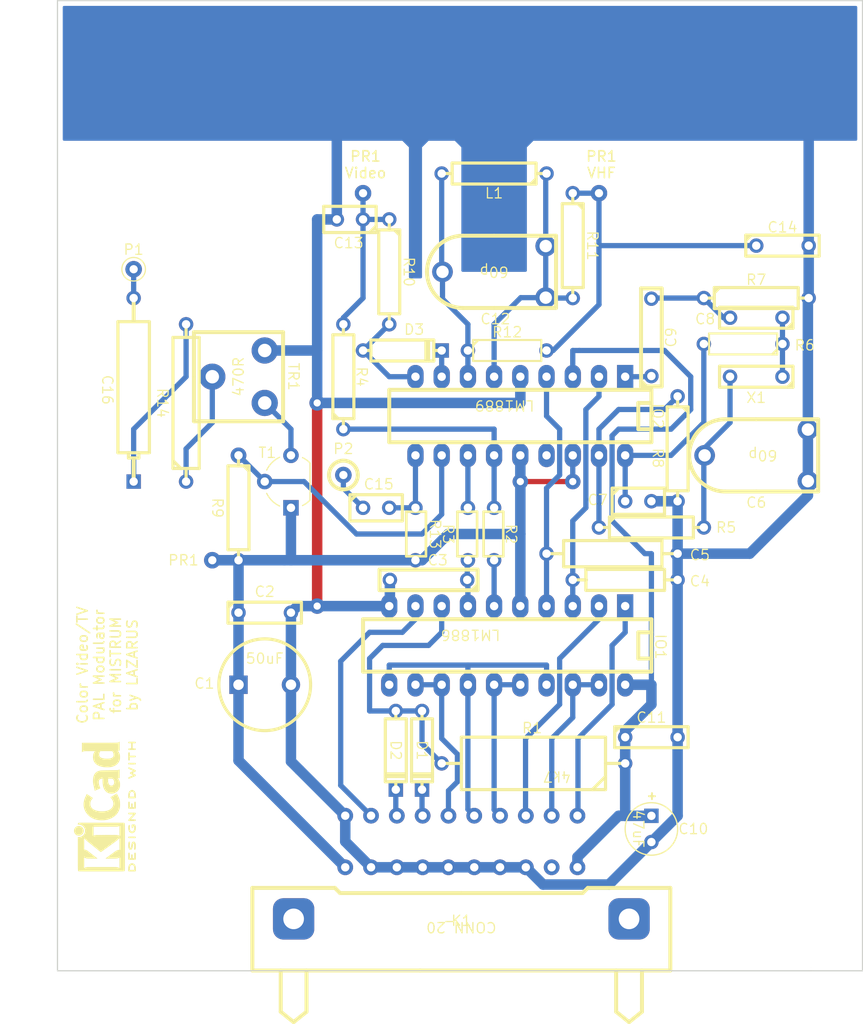
<source format=kicad_pcb>
(kicad_pcb (version 20211014) (generator pcbnew)
  (title_block (title "Mistrum Home Computer Modulator") (date "11 mar 2012") (rev "1.0") (company "Cassonic s.r.o."))
  (layers (0 "F.Cu" signal "Front") (31 "B.Cu" signal "Back") (34 "B.Paste" user) (35 "F.Paste" user) (36 "B.SilkS" user "B.Silkscreen") (37 "F.SilkS" user "F.Silkscreen") (38 "B.Mask" user) (39 "F.Mask" user) (44 "Edge.Cuts" user))
  (net 0 "")
  (net 1 "+12V")
  (net 2 "+5V")
  (net 3 "/B")
  (net 4 "/G")
  (net 5 "/R")
  (net 6 "/Y")
  (net 7 "GND")
  (net 8 "Net-(C3-Pad1)")
  (net 9 "Net-(C4-Pad1)")
  (net 10 "Net-(C5-Pad1)")
  (net 11 "Net-(C6-Pad2)")
  (net 12 "Net-(C7-Pad1)")
  (net 13 "Net-(C8-Pad1)")
  (net 14 "Net-(C8-Pad2)")
  (net 15 "Net-(C9-Pad1)")
  (net 16 "Net-(C12-Pad1)")
  (net 17 "Net-(C12-Pad2)")
  (net 18 "Net-(C13-Pad1)")
  (net 19 "Net-(C14-Pad1)")
  (net 20 "Net-(C15-Pad1)")
  (net 21 "Net-(C15-Pad2)")
  (net 22 "Net-(C16-Pad1)")
  (net 23 "Net-(C16-Pad2)")
  (net 24 "Net-(D1-Pad1)")
  (net 25 "Net-(D3-Pad2)")
  (net 26 "Net-(D3-Pad1)")
  (net 27 "Net-(IO1-Pad6)")
  (net 28 "Net-(IO2-Pad11)")
  (net 29 "Net-(IO2-Pad12)")
  (net 30 "Net-(IO2-Pad13)")
  (net 31 "Net-(IO2-Pad17)")
  (net 32 "Net-(R14-Pad1)")
  (net 33 "Net-(T1-Pad1)")
  (net 34 "/{slash}BURST")
  (net 36 "/H{slash}2")
  (net 37 "/{slash}RSI")
  (net 38 "/{slash}SSYN")
  (net 39 "/{slash}RZI")
  (footprint "WN70419" (layer "F.Cu") (at 179.705 99.06 90)
    (fp_text reference "C6" (at -4.572 0 unlocked) (layer "F.SilkS") (effects (font (thickness 0.12))))
    (fp_text value "60p" (at 0 0.635 180 unlocked) (layer "F.SilkS") (effects (font (thickness 0.12))))
    (pad "1" thru_hole circle locked (at 2.49936 5.00126 90) (size 2 2) (drill 1.2) (layers *.Cu *.Mask) (net 7 "GND"))
    (pad "1" thru_hole circle locked (at -2.49936 5.00126 90) (size 2 2) (drill 1.2) (layers *.Cu *.Mask) (net 7 "GND"))
    (pad "2" thru_hole circle locked (at 0 -5.00126 90) (size 2 2) (drill 1.2) (layers *.Cu *.Mask) (net 11 "Net-(C6-Pad2)"))
  )
  (footprint "WN70419" (layer "F.Cu") (at 154.305 81.28 90)
    (fp_text reference "C12" (at -4.572 0.127 unlocked) (layer "F.SilkS") (effects (font (thickness 0.12))))
    (fp_text value "60p" (at 0 0 180 unlocked) (layer "F.SilkS") (effects (font (thickness 0.12))))
    (pad "1" thru_hole circle locked (at 2.49936 5.00126 90) (size 2 2) (drill 1.2) (layers *.Cu *.Mask) (net 16 "Net-(C12-Pad1)"))
    (pad "1" thru_hole circle locked (at -2.49936 5.00126 90) (size 2 2) (drill 1.2) (layers *.Cu *.Mask) (net 16 "Net-(C12-Pad1)"))
    (pad "2" thru_hole circle locked (at 0 -5.00126 90) (size 2 2) (drill 1.2) (layers *.Cu *.Mask) (net 17 "Net-(C12-Pad2)"))
  )
  (footprint "Package_TO_SOT_THT:TO-92_Wide" (layer "F.Cu") (at 134.62 104.14 90)
    (fp_text reference "T1" (at 5.334 -2.286 unlocked) (layer "F.SilkS") (effects (font (thickness 0.12))))
    (fp_text value "KC509" hide)
    (pad "1" thru_hole circle locked (at 5.08 0 90) (size 1.5 1.5) (drill 0.8128) (layers *.Cu *.Mask) (net 33 "Net-(T1-Pad1)"))
    (pad "2" thru_hole circle locked (at 2.54 -2.54 90) (size 1.5 1.5) (drill 0.8128) (layers *.Cu *.Mask) (net 28 "Net-(IO2-Pad11)"))
    (pad "3" thru_hole rect locked (at 0 0 90) (size 1.5 1.5) (drill 0.8128) (layers *.Cu *.Mask) (net 1 "+12V"))
  )
  (footprint "R7" (layer "F.Cu") (at 158.115 128.905 180)
    (fp_text reference "R1" (at 0.127 3.429 unlocked) (layer "F.SilkS") (effects (font (thickness 0.12))))
    (fp_text value "4k7" (at -2.286 -1.27 180 unlocked) (layer "F.SilkS") (effects (font (thickness 0.12))))
    (pad "1" thru_hole circle locked (at -8.89 0 180) (size 1.397 1.397) (drill 0.8128) (layers *.Cu *.Mask) (net 2 "+5V"))
    (pad "2" thru_hole circle locked (at 8.89 0 180) (size 1.397 1.397) (drill 0.8128) (layers *.Cu *.Mask) (net 24 "Net-(D1-Pad1)"))
  )
  (footprint "R6" (layer "F.Cu") (at 124.46 93.98 90)
    (fp_text reference "R14" (at 0 -2.286 270 unlocked) (layer "F.SilkS") (effects (font (thickness 0.12))))
    (fp_text value "2R2" hide)
    (pad "1" thru_hole circle locked (at -7.62 0 90) (size 1.397 1.397) (drill 0.8128) (layers *.Cu *.Mask) (net 32 "Net-(R14-Pad1)"))
    (pad "2" thru_hole circle locked (at 7.62 0 90) (size 1.397 1.397) (drill 0.8128) (layers *.Cu *.Mask) (net 22 "Net-(C16-Pad1)"))
  )
  (footprint "R4" (layer "F.Cu") (at 154.305 71.755 180)
    (fp_text reference "L1" (at 0 -1.905 unlocked) (layer "F.SilkS") (effects (font (thickness 0.12))))
    (fp_text value "INDUCTOR" hide)
    (pad "1" thru_hole circle locked (at -5.08 0 180) (size 1.397 1.397) (drill 0.8128) (layers *.Cu *.Mask) (net 16 "Net-(C12-Pad1)"))
    (pad "2" thru_hole circle locked (at 5.08 0 180) (size 1.397 1.397) (drill 0.8128) (layers *.Cu *.Mask) (net 17 "Net-(C12-Pad2)"))
  )
  (footprint "R4" (layer "F.Cu") (at 172.085 98.425 -90)
    (fp_text reference "R8" (at 0.889 1.905 -90 unlocked) (layer "F.SilkS") (effects (font (thickness 0.12))))
    (fp_text value "3k3" hide)
    (pad "1" thru_hole circle locked (at -5.08 0 270) (size 1.397 1.397) (drill 0.8128) (layers *.Cu *.Mask) (net 31 "Net-(IO2-Pad17)"))
    (pad "2" thru_hole circle locked (at 5.08 0 270) (size 1.397 1.397) (drill 0.8128) (layers *.Cu *.Mask) (net 7 "GND"))
  )
  (footprint "R4" (layer "F.Cu") (at 179.705 83.82)
    (fp_text reference "R7" (at 0 -1.778 unlocked) (layer "F.SilkS") (effects (font (thickness 0.12))))
    (fp_text value "1k" hide)
    (pad "1" thru_hole circle locked (at -5.08 0) (size 1.397 1.397) (drill 0.8128) (layers *.Cu *.Mask) (net 14 "Net-(C8-Pad2)"))
    (pad "2" thru_hole circle locked (at 5.08 0) (size 1.397 1.397) (drill 0.8128) (layers *.Cu *.Mask) (net 7 "GND"))
  )
  (footprint "R4" (layer "F.Cu") (at 129.54 104.14 -90)
    (fp_text reference "R9" (at 0 2.032 -90 unlocked) (layer "F.SilkS") (effects (font (thickness 0.12))))
    (fp_text value "1k8" hide)
    (pad "1" thru_hole circle locked (at -5.08 0 270) (size 1.524 1.524) (drill 0.8128) (layers *.Cu *.Mask) (net 28 "Net-(IO2-Pad11)"))
    (pad "2" thru_hole circle locked (at 5.08 0 270) (size 1.397 1.397) (drill 0.8128) (layers *.Cu *.Mask) (net 1 "+12V"))
  )
  (footprint "R4" (layer "F.Cu") (at 144.145 81.28 -90)
    (fp_text reference "R10" (at 0 -1.905 -90 unlocked) (layer "F.SilkS") (effects (font (thickness 0.12))))
    (fp_text value "820R" hide)
    (pad "1" thru_hole circle locked (at -5.08 0 270) (size 1.397 1.397) (drill 0.8128) (layers *.Cu *.Mask) (net 18 "Net-(C13-Pad1)"))
    (pad "2" thru_hole circle locked (at 5.08 0 270) (size 1.397 1.397) (drill 0.8128) (layers *.Cu *.Mask) (net 26 "Net-(D3-Pad1)"))
  )
  (footprint "R4" (layer "F.Cu") (at 161.925 78.74 -90)
    (fp_text reference "R11" (at 0 -1.905 -90 unlocked) (layer "F.SilkS") (effects (font (thickness 0.12))))
    (fp_text value "270R" hide)
    (pad "1" thru_hole circle locked (at -5.08 0 270) (size 1.397 1.397) (drill 0.8128) (layers *.Cu *.Mask) (net 19 "Net-(C14-Pad1)"))
    (pad "2" thru_hole circle locked (at 5.08 0 270) (size 1.397 1.397) (drill 0.8128) (layers *.Cu *.Mask) (net 16 "Net-(C12-Pad1)"))
  )
  (footprint "R4" (layer "F.Cu") (at 139.7 91.44 90)
    (fp_text reference "R4" (at 0 1.778 270 unlocked) (layer "F.SilkS") (effects (font (thickness 0.12))))
    (fp_text value "100k" hide)
    (pad "1" thru_hole circle locked (at -5.08 0 90) (size 1.397 1.397) (drill 0.8128) (layers *.Cu *.Mask) (net 30 "Net-(IO2-Pad13)"))
    (pad "2" thru_hole circle locked (at 5.08 0 90) (size 1.397 1.397) (drill 0.8128) (layers *.Cu *.Mask) (net 18 "Net-(C13-Pad1)"))
  )
  (footprint "R4" (layer "F.Cu") (at 169.545 106.045)
    (fp_text reference "R5" (at 7.239 0 unlocked) (layer "F.SilkS") (effects (font (thickness 0.12))))
    (fp_text value "4k7" hide)
    (pad "1" thru_hole circle locked (at -5.08 0) (size 1.397 1.397) (drill 0.8128) (layers *.Cu *.Mask) (net 31 "Net-(IO2-Pad17)"))
    (pad "2" thru_hole circle locked (at 5.08 0) (size 1.397 1.397) (drill 0.8128) (layers *.Cu *.Mask) (net 11 "Net-(C6-Pad2)"))
  )
  (footprint "R3" (layer "F.Cu") (at 155.575 88.9)
    (fp_text reference "R12" (at 0 -1.778 unlocked) (layer "F.SilkS") (effects (font (thickness 0.12))))
    (fp_text value "270R" hide)
    (pad "1" thru_hole circle locked (at -3.81 0) (size 1.397 1.397) (drill 0.8128) (layers *.Cu *.Mask) (net 17 "Net-(C12-Pad2)"))
    (pad "2" thru_hole circle locked (at 3.81 0) (size 1.397 1.397) (drill 0.8128) (layers *.Cu *.Mask) (net 19 "Net-(C14-Pad1)"))
  )
  (footprint "R3" (layer "F.Cu") (at 178.435 88.265 180)
    (fp_text reference "R6" (at -5.969 -0.127 unlocked) (layer "F.SilkS") (effects (font (thickness 0.12))))
    (fp_text value "1k" hide)
    (pad "1" thru_hole circle locked (at -3.81 0 180) (size 1.397 1.397) (drill 0.8128) (layers *.Cu *.Mask) (net 13 "Net-(C8-Pad1)"))
    (pad "2" thru_hole circle locked (at 3.81 0 180) (size 1.397 1.397) (drill 0.8128) (layers *.Cu *.Mask) (net 12 "Net-(C7-Pad1)"))
  )
  (footprint "PIN_ARRAY_3X1" (layer "F.Cu") (at 106.68 102.235)
    (fp_text reference "PR1" (at 17.526 6.985 unlocked) (layer "F.SilkS") (effects (font (thickness 0.12))))
    (fp_text value "SWITCH_INV" hide)
    (pad "1" thru_hole circle locked (at 34.925 -28.575) (size 1.6 1.6) (drill 0.8) (layers *.Cu *.Mask) (net 18 "Net-(C13-Pad1)"))
    (pad "2" thru_hole circle locked (at 20.32 6.985) (size 1.6 1.6) (drill 0.8) (layers *.Cu *.Mask) (net 1 "+12V"))
    (pad "3" thru_hole circle locked (at 57.785 -28.575) (size 1.6 1.6) (drill 0.8) (layers *.Cu *.Mask) (net 19 "Net-(C14-Pad1)"))
  )
  (footprint "Mistrum:TY5112011" (layer "F.Cu") (at 151.13 140.97)
    (fp_text reference "K1" (at 0 3.175 unlocked) (layer "F.SilkS") (effects (font (thickness 0.12))))
    (fp_text value "CONN_20" (at 0 3.81 180 unlocked) (layer "F.SilkS") (effects (font (thickness 0.12))))
    (pad "" thru_hole roundrect locked (at -16.25092 2.99974) (size 4 4) (drill 1.99898) (layers *.Cu *.Mask))
    (pad "" thru_hole roundrect locked (at 16.25092 2.99974) (size 4 4) (drill 1.99898) (layers *.Cu *.Mask))
    (pad "1" thru_hole circle locked (at 11.24966 -1.99898) (size 1.524 1.524) (drill 0.8128) (layers *.Cu *.Mask) (net 2 "+5V"))
    (pad "2" thru_hole circle locked (at 11.24966 -6.9977) (size 1.524 1.524) (drill 0.8128) (layers *.Cu *.Mask) (net 34 "/{slash}BURST"))
    (pad "3" thru_hole circle locked (at 8.7503 -1.99898) (size 1.524 1.524) (drill 0.8128) (layers *.Cu *.Mask))
    (pad "4" thru_hole circle locked (at 8.7503 -6.9977) (size 1.524 1.524) (drill 0.8128) (layers *.Cu *.Mask) (net 3 "/B"))
    (pad "5" thru_hole circle locked (at 6.25094 -1.99898) (size 1.524 1.524) (drill 0.8128) (layers *.Cu *.Mask) (net 7 "GND"))
    (pad "6" thru_hole circle locked (at 6.25094 -6.9977) (size 1.524 1.524) (drill 0.8128) (layers *.Cu *.Mask) (net 36 "/H{slash}2"))
    (pad "7" thru_hole circle locked (at 3.74904 -1.99898) (size 1.524 1.524) (drill 0.8128) (layers *.Cu *.Mask) (net 7 "GND"))
    (pad "8" thru_hole circle locked (at 3.74904 -6.9977) (size 1.524 1.524) (drill 0.8128) (layers *.Cu *.Mask) (net 4 "/G"))
    (pad "9" thru_hole circle locked (at 1.24968 -1.99898) (size 1.524 1.524) (drill 0.8128) (layers *.Cu *.Mask) (net 7 "GND"))
    (pad "10" thru_hole circle locked (at 1.24968 -6.9977) (size 1.524 1.524) (drill 0.8128) (layers *.Cu *.Mask) (net 6 "/Y"))
    (pad "11" thru_hole circle locked (at -1.24968 -1.99898) (size 1.524 1.524) (drill 0.8128) (layers *.Cu *.Mask) (net 7 "GND"))
    (pad "12" thru_hole circle locked (at -1.24968 -6.9977) (size 1.524 1.524) (drill 0.8128) (layers *.Cu *.Mask) (net 5 "/R"))
    (pad "13" thru_hole circle locked (at -3.74904 -1.99898) (size 1.524 1.524) (drill 0.8128) (layers *.Cu *.Mask) (net 7 "GND"))
    (pad "14" thru_hole circle locked (at -3.74904 -6.9977) (size 1.524 1.524) (drill 0.8128) (layers *.Cu *.Mask) (net 37 "/{slash}RSI"))
    (pad "15" thru_hole circle locked (at -6.2484 -1.99898) (size 1.524 1.524) (drill 0.8128) (layers *.Cu *.Mask) (net 7 "GND"))
    (pad "16" thru_hole circle locked (at -6.2484 -6.9977) (size 1.524 1.524) (drill 0.8128) (layers *.Cu *.Mask) (net 38 "/{slash}SSYN"))
    (pad "17" thru_hole circle locked (at -8.7503 -1.99898) (size 1.524 1.524) (drill 0.8128) (layers *.Cu *.Mask) (net 7 "GND"))
    (pad "18" thru_hole circle locked (at -8.7503 -6.9977) (size 1.524 1.524) (drill 0.8128) (layers *.Cu *.Mask) (net 39 "/{slash}RZI"))
    (pad "19" thru_hole circle locked (at -11.24966 -1.99898) (size 1.524 1.524) (drill 0.8128) (layers *.Cu *.Mask) (net 1 "+12V"))
    (pad "20" thru_hole circle locked (at -11.24966 -6.9977) (size 1.524 1.524) (drill 0.8128) (layers *.Cu *.Mask) (net 7 "GND"))
  )
  (footprint "DIP-20__300_ELL" (layer "F.Cu") (at 155.575 117.475 180)
    (fp_text reference "IO1" (at -14.859 -0.127 270 unlocked) (layer "F.SilkS") (effects (font (thickness 0.12))))
    (fp_text value "LM1886" (at 3.556 1.016 180 unlocked) (layer "F.SilkS") (effects (font (thickness 0.12))))
    (pad "1" thru_hole rect locked (at -11.43 3.81 180) (size 1.5748 2.286) (drill 0.8128) (layers *.Cu *.Mask) (net 34 "/{slash}BURST"))
    (pad "2" thru_hole oval locked (at -8.89 3.81 180) (size 1.5748 2.286) (drill 0.8128) (layers *.Cu *.Mask) (net 36 "/H{slash}2"))
    (pad "3" thru_hole oval locked (at -6.35 3.81 180) (size 1.5748 2.286) (drill 0.8128) (layers *.Cu *.Mask) (net 9 "Net-(C4-Pad1)"))
    (pad "4" thru_hole oval locked (at -3.81 3.81 180) (size 1.5748 2.286) (drill 0.8128) (layers *.Cu *.Mask) (net 10 "Net-(C5-Pad1)"))
    (pad "5" thru_hole oval locked (at -1.27 3.81 180) (size 1.5748 2.286) (drill 0.8128) (layers *.Cu *.Mask) (net 1 "+12V"))
    (pad "6" thru_hole oval locked (at 1.27 3.81 180) (size 1.5748 2.286) (drill 0.8128) (layers *.Cu *.Mask) (net 27 "Net-(IO1-Pad6)"))
    (pad "7" thru_hole oval locked (at 3.81 3.81 180) (size 1.5748 2.286) (drill 0.8128) (layers *.Cu *.Mask) (net 8 "Net-(C3-Pad1)"))
    (pad "8" thru_hole oval locked (at 6.35 3.81 180) (size 1.5748 2.286) (drill 0.8128) (layers *.Cu *.Mask) (net 24 "Net-(D1-Pad1)"))
    (pad "9" thru_hole oval locked (at 8.89 3.81 180) (size 1.5748 2.286) (drill 0.8128) (layers *.Cu *.Mask) (net 39 "/{slash}RZI"))
    (pad "10" thru_hole oval locked (at 11.43 3.81 180) (size 1.5748 2.286) (drill 0.8128) (layers *.Cu *.Mask) (net 7 "GND"))
    (pad "11" thru_hole oval locked (at 11.43 -3.81 180) (size 1.5748 2.286) (drill 0.8128) (layers *.Cu *.Mask) (net 6 "/Y"))
    (pad "12" thru_hole oval locked (at 8.89 -3.81 180) (size 1.5748 2.286) (drill 0.8128) (layers *.Cu *.Mask) (net 5 "/R"))
    (pad "13" thru_hole oval locked (at 6.35 -3.81 180) (size 1.5748 2.286) (drill 0.8128) (layers *.Cu *.Mask) (net 5 "/R"))
    (pad "14" thru_hole oval locked (at 3.81 -3.81 180) (size 1.5748 2.286) (drill 0.8128) (layers *.Cu *.Mask) (net 6 "/Y"))
    (pad "15" thru_hole oval locked (at 1.27 -3.81 180) (size 1.5748 2.286) (drill 0.8128) (layers *.Cu *.Mask) (net 4 "/G"))
    (pad "16" thru_hole oval locked (at -1.27 -3.81 180) (size 1.5748 2.286) (drill 0.8128) (layers *.Cu *.Mask) (net 4 "/G"))
    (pad "17" thru_hole oval locked (at -3.81 -3.81 180) (size 1.5748 2.286) (drill 0.8128) (layers *.Cu *.Mask) (net 6 "/Y"))
    (pad "18" thru_hole oval locked (at -6.35 -3.81 180) (size 1.5748 2.286) (drill 0.8128) (layers *.Cu *.Mask) (net 3 "/B"))
    (pad "19" thru_hole oval locked (at -8.89 -3.81 180) (size 1.5748 2.286) (drill 0.8128) (layers *.Cu *.Mask) (net 3 "/B"))
    (pad "20" thru_hole oval locked (at -11.43 -3.81 180) (size 1.5748 2.286) (drill 0.8128) (layers *.Cu *.Mask) (net 2 "+5V"))
  )
  (footprint "DIP-18__300_ELL" (layer "F.Cu") (at 156.845 95.25 180)
    (fp_text reference "IO2" (at -13.335 0 270 unlocked) (layer "F.SilkS") (effects (font (thickness 0.12))))
    (fp_text value "LM1889" (at 1.524 1.016 180 unlocked) (layer "F.SilkS") (effects (font (thickness 0.12))))
    (pad "1" thru_hole rect locked (at -10.16 3.81 180) (size 1.5748 2.286) (drill 0.8128) (layers *.Cu *.Mask) (net 15 "Net-(C9-Pad1)"))
    (pad "2" thru_hole oval locked (at -7.62 3.81 180) (size 1.5748 2.286) (drill 0.8128) (layers *.Cu *.Mask) (net 9 "Net-(C4-Pad1)"))
    (pad "3" thru_hole oval locked (at -5.08 3.81 180) (size 1.5748 2.286) (drill 0.8128) (layers *.Cu *.Mask) (net 2 "+5V"))
    (pad "4" thru_hole oval locked (at -2.54 3.81 180) (size 1.5748 2.286) (drill 0.8128) (layers *.Cu *.Mask) (net 10 "Net-(C5-Pad1)"))
    (pad "5" thru_hole oval locked (at 0 3.81 180) (size 1.5748 2.286) (drill 0.8128) (layers *.Cu *.Mask) (net 7 "GND"))
    (pad "6" thru_hole oval locked (at 2.54 3.81 180) (size 1.5748 2.286) (drill 0.8128) (layers *.Cu *.Mask) (net 16 "Net-(C12-Pad1)"))
    (pad "7" thru_hole oval locked (at 5.08 3.81 180) (size 1.5748 2.286) (drill 0.8128) (layers *.Cu *.Mask) (net 17 "Net-(C12-Pad2)"))
    (pad "8" thru_hole oval locked (at 7.62 3.81 180) (size 1.5748 2.286) (drill 0.8128) (layers *.Cu *.Mask) (net 25 "Net-(D3-Pad2)"))
    (pad "9" thru_hole oval locked (at 10.16 3.81 180) (size 1.5748 2.286) (drill 0.8128) (layers *.Cu *.Mask) (net 26 "Net-(D3-Pad1)"))
    (pad "10" thru_hole oval locked (at 10.16 -3.81 180) (size 1.5748 2.286) (drill 0.8128) (layers *.Cu *.Mask) (net 21 "Net-(C15-Pad2)"))
    (pad "11" thru_hole oval locked (at 7.62 -3.81 180) (size 1.5748 2.286) (drill 0.8128) (layers *.Cu *.Mask) (net 28 "Net-(IO2-Pad11)"))
    (pad "12" thru_hole oval locked (at 5.08 -3.81 180) (size 1.5748 2.286) (drill 0.8128) (layers *.Cu *.Mask) (net 29 "Net-(IO2-Pad12)"))
    (pad "13" thru_hole oval locked (at 2.54 -3.81 180) (size 1.5748 2.286) (drill 0.8128) (layers *.Cu *.Mask) (net 30 "Net-(IO2-Pad13)"))
    (pad "14" thru_hole oval locked (at 0 -3.81 180) (size 1.5748 2.286) (drill 0.8128) (layers *.Cu *.Mask) (net 1 "+12V"))
    (pad "15" thru_hole oval locked (at -2.54 -3.81 180) (size 1.5748 2.286) (drill 0.8128) (layers *.Cu *.Mask))
    (pad "16" thru_hole oval locked (at -5.08 -3.81 180) (size 1.5748 2.286) (drill 0.8128) (layers *.Cu *.Mask) (net 1 "+12V"))
    (pad "17" thru_hole oval locked (at -7.62 -3.81 180) (size 1.5748 2.286) (drill 0.8128) (layers *.Cu *.Mask) (net 31 "Net-(IO2-Pad17)"))
    (pad "18" thru_hole oval locked (at -10.16 -3.81 180) (size 1.5748 2.286) (drill 0.8128) (layers *.Cu *.Mask) (net 12 "Net-(C7-Pad1)"))
  )
  (footprint "D3" (layer "F.Cu") (at 147.32 127.635 -90)
    (fp_text reference "D1" (at 0 0 -90 unlocked) (layer "F.SilkS") (effects (font (thickness 0.12))))
    (fp_text value "KA206" hide)
    (pad "1" thru_hole circle locked (at -3.81 0 270) (size 1.397 1.397) (drill 0.8128) (layers *.Cu *.Mask) (net 24 "Net-(D1-Pad1)"))
    (pad "2" thru_hole rect locked (at 3.81 0 270) (size 1.397 1.397) (drill 0.8128) (layers *.Cu *.Mask) (net 37 "/{slash}RSI"))
  )
  (footprint "D3" (layer "F.Cu") (at 145.415 88.9)
    (fp_text reference "D3" (at 1.143 -2.032 unlocked) (layer "F.SilkS") (effects (font (thickness 0.12))))
    (fp_text value "KA206" hide)
    (pad "1" thru_hole circle locked (at -3.81 0) (size 1.397 1.397) (drill 0.8128) (layers *.Cu *.Mask) (net 26 "Net-(D3-Pad1)"))
    (pad "2" thru_hole rect locked (at 3.81 0) (size 1.397 1.397) (drill 0.8128) (layers *.Cu *.Mask) (net 25 "Net-(D3-Pad2)"))
  )
  (footprint "D3" (layer "F.Cu") (at 144.78 127.635 -90)
    (fp_text reference "D2" (at 0 0 -90 unlocked) (layer "F.SilkS") (effects (font (thickness 0.12))))
    (fp_text value "KA206" hide)
    (pad "1" thru_hole circle locked (at -3.81 0 270) (size 1.397 1.397) (drill 0.8128) (layers *.Cu *.Mask) (net 24 "Net-(D1-Pad1)"))
    (pad "2" thru_hole rect locked (at 3.81 0 270) (size 1.397 1.397) (drill 0.8128) (layers *.Cu *.Mask) (net 38 "/{slash}SSYN"))
  )
  (footprint "CP7" (layer "F.Cu") (at 119.38 92.71 90)
    (fp_text reference "C16" (at 0 -2.54 270 unlocked) (layer "F.SilkS") (effects (font (thickness 0.12))))
    (fp_text value "47uF" hide)
    (pad "1" thru_hole rect locked (at -8.89 0 90) (size 1.397 1.397) (drill 0.8128) (layers *.Cu *.Mask) (net 22 "Net-(C16-Pad1)"))
    (pad "2" thru_hole circle locked (at 8.89 0 90) (size 1.397 1.397) (drill 0.8128) (layers *.Cu *.Mask) (net 23 "Net-(C16-Pad2)"))
  )
  (footprint "CP5" (layer "F.Cu") (at 165.735 108.585)
    (fp_text reference "C5" (at 8.509 0.127 unlocked) (layer "F.SilkS") (effects (font (thickness 0.12))))
    (fp_text value "100p" hide)
    (pad "1" thru_hole circle locked (at -6.35 0) (size 1.397 1.397) (drill 0.8128) (layers *.Cu *.Mask) (net 10 "Net-(C5-Pad1)"))
    (pad "2" thru_hole circle locked (at 6.35 0) (size 1.397 1.397) (drill 0.8128) (layers *.Cu *.Mask) (net 7 "GND"))
  )
  (footprint "CP4" (layer "F.Cu") (at 167.005 111.125)
    (fp_text reference "C4" (at 7.239 0.127 unlocked) (layer "F.SilkS") (effects (font (thickness 0.12))))
    (fp_text value "100p" hide)
    (pad "1" thru_hole circle locked (at -5.08 0) (size 1.397 1.397) (drill 0.8128) (layers *.Cu *.Mask) (net 9 "Net-(C4-Pad1)"))
    (pad "2" thru_hole circle locked (at 5.08 0) (size 1.397 1.397) (drill 0.8128) (layers *.Cu *.Mask) (net 7 "GND"))
  )
  (footprint "C3" (layer "F.Cu") (at 169.545 87.63 90)
    (fp_text reference "C9" (at 0 1.905 90 unlocked) (layer "F.SilkS") (effects (font (thickness 0.12))))
    (fp_text value "10n" hide)
    (pad "1" thru_hole circle locked (at -3.74904 0 90) (size 1.397 1.397) (drill 0.8128) (layers *.Cu *.Mask) (net 15 "Net-(C9-Pad1)"))
    (pad "2" thru_hole circle locked (at 3.74904 0 90) (size 1.397 1.397) (drill 0.8128) (layers *.Cu *.Mask) (net 14 "Net-(C8-Pad2)"))
  )
  (footprint "C2V8" (layer "F.Cu") (at 132.08 121.285)
    (fp_text reference "C1" (at -5.842 -0.127 unlocked) (layer "F.SilkS") (effects (font (thickness 0.12))))
    (fp_text value "50uF" (at 0 -2.54 unlocked) (layer "F.SilkS") (effects (font (thickness 0.12))))
    (pad "1" thru_hole rect locked (at -2.54 0) (size 1.778 1.778) (drill 1.016) (layers *.Cu *.Mask) (net 1 "+12V"))
    (pad "2" thru_hole circle locked (at 2.54 0) (size 1.778 1.778) (drill 1.016) (layers *.Cu *.Mask) (net 7 "GND"))
  )
  (footprint "C2" (layer "F.Cu") (at 182.245 78.74)
    (fp_text reference "C14" (at 0 -1.778 unlocked) (layer "F.SilkS") (effects (font (thickness 0.12))))
    (fp_text value "10n" hide)
    (pad "1" thru_hole circle locked (at -2.54 0) (size 1.397 1.397) (drill 0.8128) (layers *.Cu *.Mask) (net 19 "Net-(C14-Pad1)"))
    (pad "2" thru_hole circle locked (at 2.54 0) (size 1.397 1.397) (drill 0.8128) (layers *.Cu *.Mask) (net 7 "GND"))
  )
  (footprint "C2" (layer "F.Cu") (at 169.545 126.365)
    (fp_text reference "C11" (at 0 -1.905 unlocked) (layer "F.SilkS") (effects (font (thickness 0.12))))
    (fp_text value "100n" hide)
    (pad "1" thru_hole circle locked (at -2.54 0) (size 1.397 1.397) (drill 0.8128) (layers *.Cu *.Mask) (net 2 "+5V"))
    (pad "2" thru_hole circle locked (at 2.54 0) (size 1.397 1.397) (drill 0.8128) (layers *.Cu *.Mask) (net 7 "GND"))
  )
  (footprint "C2" (layer "F.Cu") (at 179.705 85.725 180)
    (fp_text reference "C8" (at 4.953 -0.127 unlocked) (layer "F.SilkS") (effects (font (thickness 0.12))))
    (fp_text value "36p" hide)
    (pad "1" thru_hole circle locked (at -2.54 0 180) (size 1.397 1.397) (drill 0.8128) (layers *.Cu *.Mask) (net 13 "Net-(C8-Pad1)"))
    (pad "2" thru_hole circle locked (at 2.54 0 180) (size 1.397 1.397) (drill 0.8128) (layers *.Cu *.Mask) (net 14 "Net-(C8-Pad2)"))
  )
  (footprint "C2" (layer "F.Cu") (at 132.08 114.3)
    (fp_text reference "C2" (at 0 -2.032 unlocked) (layer "F.SilkS") (effects (font (thickness 0.12))))
    (fp_text value "100n" hide)
    (pad "1" thru_hole circle locked (at -2.54 0) (size 1.397 1.397) (drill 0.8128) (layers *.Cu *.Mask) (net 1 "+12V"))
    (pad "2" thru_hole circle locked (at 2.54 0) (size 1.397 1.397) (drill 0.8128) (layers *.Cu *.Mask) (net 7 "GND"))
  )
  (footprint "C2" (layer "F.Cu") (at 179.705 91.44 180)
    (fp_text reference "X1" (at 0 -2.032 unlocked) (layer "F.SilkS") (effects (font (thickness 0.12))))
    (fp_text value "4,43MHz" hide)
    (pad "1" thru_hole circle locked (at -2.54 0 180) (size 1.397 1.397) (drill 0.8128) (layers *.Cu *.Mask) (net 13 "Net-(C8-Pad1)"))
    (pad "2" thru_hole circle locked (at 2.54 0 180) (size 1.397 1.397) (drill 0.8128) (layers *.Cu *.Mask) (net 11 "Net-(C6-Pad2)"))
  )
  (footprint "C1V5" (layer "F.Cu") (at 169.545 135.255 -90)
    (fp_text reference "C10" (at 0 -4.064 unlocked) (layer "F.SilkS") (effects (font (thickness 0.12))))
    (fp_text value "47uF" (at 0 1.27 -90 unlocked) (layer "F.SilkS") (effects (font (thickness 0.12))))
    (fp_text user "+" (at -3.175 0 -90) (layer "F.SilkS") (effects (font (size 0.762 0.762) (thickness 0.1905))))
    (pad "1" thru_hole rect locked (at -1.27 0 270) (size 1.397 1.397) (drill 0.8128) (layers *.Cu *.Mask) (net 2 "+5V"))
    (pad "2" thru_hole circle locked (at 1.27 0 270) (size 1.397 1.397) (drill 0.8128) (layers *.Cu *.Mask) (net 7 "GND"))
  )
  (footprint "C1" (layer "F.Cu") (at 142.875 104.14)
    (fp_text reference "C15" (at 0.254 -2.286 unlocked) (layer "F.SilkS") (effects (font (thickness 0.12))))
    (fp_text value "1n" hide)
    (pad "1" thru_hole circle locked (at -1.27 0) (size 1.397 1.397) (drill 0.8128) (layers *.Cu *.Mask) (net 20 "Net-(C15-Pad1)"))
    (pad "2" thru_hole circle locked (at 1.27 0) (size 1.397 1.397) (drill 0.8128) (layers *.Cu *.Mask) (net 21 "Net-(C15-Pad2)"))
  )
  (footprint "C1" (layer "F.Cu") (at 140.335 76.2 180)
    (fp_text reference "C13" (at 0.127 -2.286 unlocked) (layer "F.SilkS") (effects (font (thickness 0.12))))
    (fp_text value "10uF" hide)
    (pad "1" thru_hole circle locked (at -1.27 0 180) (size 1.397 1.397) (drill 0.8128) (layers *.Cu *.Mask) (net 18 "Net-(C13-Pad1)"))
    (pad "2" thru_hole circle locked (at 1.27 0 180) (size 1.397 1.397) (drill 0.8128) (layers *.Cu *.Mask) (net 7 "GND"))
  )
  (footprint "C1" (layer "F.Cu") (at 168.275 103.505)
    (fp_text reference "C7" (at -3.937 -0.127 unlocked) (layer "F.SilkS") (effects (font (thickness 0.12))))
    (fp_text value "36p" hide)
    (pad "1" thru_hole circle locked (at -1.27 0) (size 1.397 1.397) (drill 0.8128) (layers *.Cu *.Mask) (net 12 "Net-(C7-Pad1)"))
    (pad "2" thru_hole circle locked (at 1.27 0) (size 1.397 1.397) (drill 0.8128) (layers *.Cu *.Mask) (net 7 "GND"))
  )
  (footprint "1pin" (layer "F.Cu") (at 139.7 100.965)
    (fp_text reference "P2" (at 0 -2.54 unlocked) (layer "F.SilkS") (effects (font (thickness 0.12))))
    (fp_text value "CONN_1" hide)
    (pad "1" thru_hole circle locked (at 0 0) (size 1.6 1.6) (drill 0.8) (layers *.Cu *.Mask) (net 20 "Net-(C15-Pad1)"))
  )
  (footprint "CA6V" (layer "F.Cu") (at 129.54 91.44 90)
    (fp_text reference "TR1" (at 0 5.334 270 unlocked) (layer "F.SilkS") (effects (font (thickness 0.12))))
    (fp_text value "470R" (at 0 0 90 unlocked) (layer "F.SilkS") (effects (font (thickness 0.12))))
    (pad "1" thru_hole circle locked (at -2.54 2.54 90) (size 2.54 2.54) (drill 1.30048) (layers *.Cu *.Mask) (net 33 "Net-(T1-Pad1)"))
    (pad "2" thru_hole circle locked (at 0 -2.54 90) (size 2.54 2.54) (drill 1.30048) (layers *.Cu *.Mask) (net 32 "Net-(R14-Pad1)"))
    (pad "3" thru_hole circle locked (at 2.54 2.54 90) (size 2.54 2.54) (drill 1.30048) (layers *.Cu *.Mask) (net 7 "GND"))
  )
  (footprint "R2" (layer "F.Cu") (at 154.305 106.68 90)
    (fp_text reference "R2" (at 0 1.651 270 unlocked) (layer "F.SilkS") (effects (font (thickness 0.12))))
    (fp_text value "5k6" hide)
    (pad "1" thru_hole circle locked (at -2.54 0 90) (size 1.397 1.397) (drill 0.8128) (layers *.Cu *.Mask) (net 27 "Net-(IO1-Pad6)"))
    (pad "2" thru_hole circle locked (at 2.54 0 90) (size 1.397 1.397) (drill 0.8128) (layers *.Cu *.Mask) (net 30 "Net-(IO2-Pad13)"))
  )
  (footprint "R2" (layer "F.Cu") (at 151.765 106.68 90)
    (fp_text reference "R3" (at 0 -1.905 270 unlocked) (layer "F.SilkS") (effects (font (thickness 0.12))))
    (fp_text value "2k2" hide)
    (pad "1" thru_hole circle locked (at -2.54 0 90) (size 1.397 1.397) (drill 0.8128) (layers *.Cu *.Mask) (net 8 "Net-(C3-Pad1)"))
    (pad "2" thru_hole circle locked (at 2.54 0 90) (size 1.397 1.397) (drill 0.8128) (layers *.Cu *.Mask) (net 29 "Net-(IO2-Pad12)"))
  )
  (footprint "R2" (layer "F.Cu") (at 146.685 106.68 -90)
    (fp_text reference "R13" (at 0 -1.905 -90 unlocked) (layer "F.SilkS") (effects (font (thickness 0.12))))
    (fp_text value "82R" hide)
    (pad "1" thru_hole circle locked (at -2.54 0 270) (size 1.397 1.397) (drill 0.8128) (layers *.Cu *.Mask) (net 21 "Net-(C15-Pad2)"))
    (pad "2" thru_hole circle locked (at 2.54 0 270) (size 1.397 1.397) (drill 0.8128) (layers *.Cu *.Mask) (net 1 "+12V"))
  )
  (footprint "C3" (layer "F.Cu") (at 147.955 111.125 180)
    (fp_text reference "C3" (at -0.889 1.905 unlocked) (layer "F.SilkS") (effects (font (thickness 0.12))))
    (fp_text value "100n" hide)
    (pad "1" thru_hole circle locked (at -3.74904 0 180) (size 1.397 1.397) (drill 0.8128) (layers *.Cu *.Mask) (net 8 "Net-(C3-Pad1)"))
    (pad "2" thru_hole circle locked (at 3.74904 0 180) (size 1.397 1.397) (drill 0.8128) (layers *.Cu *.Mask) (net 7 "GND"))
  )
  (footprint "Connector_Pin:Pin_D0.7mm_L6.5mm_W1.8mm_FlatFork" (layer "F.Cu") (at 119.38 81.026)
    (fp_text reference "P1" (at 0 -1.905) (layer "F.SilkS") (effects (font (thickness 0.12))))
    (fp_text value "CONN_1")
    (pad "1" thru_hole circle (at 0 0) (size 1.6 1.6) (drill 0.8) (layers *.Cu *.Mask) (net 23 "Net-(C16-Pad2)"))
  )
  (footprint "Symbol:KiCad-Logo2_5mm_SilkScreen" (layer "F.Cu") (at 116.586 133.096 90)
    (fp_text reference "REF**" hide)
    (fp_text value "KiCad-Logo2_5mm_SilkScreen" hide)
  )
  (gr_line (start 185.0009 148.99894) (end 189.99962 148.99894) (layer "Edge.Cuts") (width 0.12))
  (gr_line (start 111.99876 55.00116) (end 111.99876 58.99912) (layer "Edge.Cuts") (width 0.12))
  (gr_line (start 111.99876 148.99894) (end 185.0009 148.99894) (layer "Edge.Cuts") (width 0.12))
  (gr_line (start 111.99876 58.99912) (end 111.99876 148.99894) (layer "Edge.Cuts") (width 0.12))
  (gr_line (start 189.99962 148.99894) (end 189.99962 55.00116) (layer "Edge.Cuts") (width 0.12))
  (gr_line (start 189.99962 55.00116) (end 111.99876 55.00116) (layer "Edge.Cuts") (width 0.12))
  (gr_text "PR1\nVHF" (at 164.70376 70.89394) (layer "F.SilkS") (effects (font (size 1 1))))
  (gr_text "PR1\nVideo" (at 141.84376 70.89394) (layer "F.SilkS") (effects (font (size 1 1))))
  (gr_text "Color Video/TV\nPAL Modulator\nfor MISTRUM\nby LAZARUS" (at 116.84 119.38 90) (layer "F.SilkS") (effects (font (size 1 1))))
  (segment (start 161.925 101.6) (end 156.845 101.6) (width 0.508) (layer "F.Cu") (net 1))
  (via (at 156.845 101.6) (size 1.5) (drill 0.7) (layers "F.Cu" "B.Cu") (net 1))
  (via (at 161.925 101.6) (size 1.5) (drill 0.7) (layers "F.Cu" "B.Cu") (net 1))
  (segment (start 129.54 114.3) (end 129.54 121.285) (width 1.016) (layer "B.Cu") (net 1))
  (segment (start 134.62 109.22) (end 134.62 104.14) (width 1.016) (layer "B.Cu") (net 1))
  (segment (start 156.845 101.6) (end 156.845 106.68) (width 1.016) (layer "B.Cu") (net 1))
  (segment (start 156.845 99.06) (end 156.845 101.6) (width 1.016) (layer "B.Cu") (net 1))
  (segment (start 129.54 121.285) (end 129.54 128.63068) (width 1.016) (layer "B.Cu") (net 1))
  (segment (start 149.86 106.68) (end 156.845 106.68) (width 1.016) (layer "B.Cu") (net 1))
  (segment (start 129.54 128.63068) (end 139.88034 138.97102) (width 1.016) (layer "B.Cu") (net 1))
  (segment (start 147.32 109.22) (end 149.86 106.68) (width 1.016) (layer "B.Cu") (net 1))
  (segment (start 146.685 109.22) (end 147.32 109.22) (width 1.016) (layer "B.Cu") (net 1))
  (segment (start 129.54 109.22) (end 127 109.22) (width 1.016) (layer "B.Cu") (net 1))
  (segment (start 156.845 106.68) (end 156.845 113.665) (width 1.016) (layer "B.Cu") (net 1))
  (segment (start 129.54 109.22) (end 133.985 109.22) (width 1.016) (layer "B.Cu") (net 1))
  (segment (start 146.685 109.22) (end 134.62 109.22) (width 1.016) (layer "B.Cu") (net 1))
  (segment (start 129.54 114.3) (end 129.54 109.22) (width 1.016) (layer "B.Cu") (net 1))
  (segment (start 161.925 99.06) (end 161.925 101.6) (width 0.508) (layer "B.Cu") (net 1))
  (segment (start 134.62 109.22) (end 133.985 109.22) (width 1.016) (layer "B.Cu") (net 1))
  (segment (start 167.005 128.905) (end 167.005 126.365) (width 1.016) (layer "B.Cu") (net 2))
  (segment (start 165.735 105.41) (end 165.735 97.155) (width 0.508) (layer "B.Cu") (net 2))
  (segment (start 161.925 88.9) (end 161.925 91.44) (width 0.508) (layer "B.Cu") (net 2))
  (segment (start 171.45 96.52) (end 173.355 94.615) (width 0.508) (layer "B.Cu") (net 2))
  (segment (start 169.545 108.585) (end 168.91 108.585) (width 0.508) (layer "B.Cu") (net 2))
  (segment (start 169.545 121.285) (end 169.545 108.585) (width 0.508) (layer "B.Cu") (net 2))
  (segment (start 162.56 88.9) (end 161.925 88.9) (width 0.508) (layer "B.Cu") (net 2))
  (segment (start 167.005 125.73) (end 169.545 123.19) (width 1.016) (layer "B.Cu") (net 2))
  (segment (start 173.355 91.44) (end 170.815 88.9) (width 0.508) (layer "B.Cu") (net 2))
  (segment (start 167.005 133.985) (end 169.545 133.985) (width 1.016) (layer "B.Cu") (net 2))
  (segment (start 166.37 133.985) (end 167.005 133.985) (width 1.016) (layer "B.Cu") (net 2))
  (segment (start 170.815 88.9) (end 162.56 88.9) (width 0.508) (layer "B.Cu") (net 2))
  (segment (start 166.37 133.985) (end 162.37966 137.97534) (width 1.016) (layer "B.Cu") (net 2))
  (segment (start 167.005 121.285) (end 169.545 121.285) (width 1.016) (layer "B.Cu") (net 2))
  (segment (start 166.37 96.52) (end 171.45 96.52) (width 0.508) (layer "B.Cu") (net 2))
  (segment (start 169.545 123.19) (end 169.545 121.285) (width 1.016) (layer "B.Cu") (net 2))
  (segment (start 173.355 94.615) (end 173.355 91.44) (width 0.508) (layer "B.Cu") (net 2))
  (segment (start 162.37966 137.97534) (end 162.37966 138.97102) (width 1.016) (layer "B.Cu") (net 2))
  (segment (start 168.91 108.585) (end 165.735 105.41) (width 0.508) (layer "B.Cu") (net 2))
  (segment (start 167.005 126.365) (end 167.005 125.73) (width 1.016) (layer "B.Cu") (net 2))
  (segment (start 165.735 97.155) (end 166.37 96.52) (width 0.508) (layer "B.Cu") (net 2))
  (segment (start 167.005 128.905) (end 167.005 133.985) (width 1.016) (layer "B.Cu") (net 2))
  (segment (start 161.925 124.46) (end 161.925 121.285) (width 0.508) (layer "B.Cu") (net 3))
  (segment (start 159.89046 133.96214) (end 159.8803 133.9723) (width 0.508) (layer "B.Cu") (net 3))
  (segment (start 161.925 121.285) (end 164.465 121.285) (width 0.508) (layer "B.Cu") (net 3))
  (segment (start 159.89046 126.49454) (end 159.89046 133.96214) (width 0.508) (layer "B.Cu") (net 3))
  (segment (start 159.89046 126.49454) (end 161.925 124.46) (width 0.508) (layer "B.Cu") (net 3))
  (segment (start 154.305 121.285) (end 156.845 121.285) (width 0.508) (layer "B.Cu") (net 4))
  (segment (start 154.305 133.39826) (end 154.87904 133.9723) (width 0.508) (layer "B.Cu") (net 4))
  (segment (start 154.305 121.285) (end 154.305 133.39826) (width 0.508) (layer "B.Cu") (net 4))
  (segment (start 154.81046 121.79046) (end 154.305 121.285) (width 0.508) (layer "B.Cu") (net 4))
  (segment (start 149.225 121.285) (end 149.225 126.492) (width 0.508) (layer "B.Cu") (net 5))
  (segment (start 149.88032 131.55168) (end 149.88032 133.9723) (width 0.508) (layer "B.Cu") (net 5))
  (segment (start 150.749 130.683) (end 149.88032 131.55168) (width 0.508) (layer "B.Cu") (net 5))
  (segment (start 149.225 126.492) (end 150.749 128.016) (width 0.508) (layer "B.Cu") (net 5))
  (segment (start 150.749 128.016) (end 150.749 130.683) (width 0.508) (layer "B.Cu") (net 5))
  (segment (start 149.225 121.285) (end 146.685 121.285) (width 0.508) (layer "B.Cu") (net 5))
  (segment (start 144.145 119.38) (end 151.765 119.38) (width 0.508) (layer "B.Cu") (net 6))
  (segment (start 151.765 133.35762) (end 152.37968 133.9723) (width 0.508) (layer "B.Cu") (net 6))
  (segment (start 144.145 121.285) (end 144.145 119.38) (width 0.508) (layer "B.Cu") (net 6))
  (segment (start 152.27046 121.79046) (end 151.765 121.285) (width 0.508) (layer "B.Cu") (net 6))
  (segment (start 151.765 119.38) (end 159.385 119.38) (width 0.508) (layer "B.Cu") (net 6))
  (segment (start 159.385 119.38) (end 159.385 121.285) (width 0.508) (layer "B.Cu") (net 6))
  (segment (start 151.765 119.38) (end 151.765 121.285) (width 0.508) (layer "B.Cu") (net 6))
  (segment (start 151.765 121.285) (end 151.765 133.35762) (width 0.508) (layer "B.Cu") (net 6))
  (segment (start 137.16 93.98) (end 137.16 113.665) (width 1.016) (layer "F.Cu") (net 7))
  (via (at 137.16 93.98) (size 1.5) (drill 0.7) (layers "F.Cu" "B.Cu") (net 7))
  (via (at 137.16 113.665) (size 1.5) (drill 0.7) (layers "F.Cu" "B.Cu") (net 7))
  (segment (start 134.62 121.285) (end 134.62 128.71196) (width 1.016) (layer "B.Cu") (net 7))
  (segment (start 184.70626 83.89874) (end 184.785 83.82) (width 1.016) (layer "B.Cu") (net 7))
  (segment (start 137.16 65.405) (end 120.65 65.405) (width 0.508) (layer "B.Cu") (net 7))
  (segment (start 172.085 108.585) (end 172.085 103.505) (width 1.016) (layer "B.Cu") (net 7))
  (segment (start 165.42766 140.64234) (end 159.05226 140.64234) (width 1.016) (layer "B.Cu") (net 7))
  (segment (start 139.88034 133.9723) (end 139.88034 136.47166) (width 1.016) (layer "B.Cu") (net 7))
  (segment (start 120.65 65.405) (end 119.45874 66.59626) (width 0.508) (layer "B.Cu") (net 7))
  (segment (start 139.065 67.31) (end 137.16 65.405) (width 0.508) (layer "B.Cu") (net 7))
  (segment (start 139.88034 136.47166) (end 142.3797 138.97102) (width 1.016) (layer "B.Cu") (net 7))
  (segment (start 144.20596 113.60404) (end 144.145 113.665) (width 1.016) (layer "B.Cu") (net 7))
  (segment (start 184.785 83.82) (end 184.785 78.74) (width 1.016) (layer "B.Cu") (net 7))
  (segment (start 149.88032 138.97102) (end 152.37968 138.97102) (width 1.016) (layer "B.Cu") (net 7))
  (segment (start 172.085 111.125) (end 172.085 108.585) (width 1.016) (layer "B.Cu") (net 7))
  (segment (start 184.70626 96.56064) (end 184.70626 83.89874) (width 1.016) (layer "B.Cu") (net 7))
  (segment (start 169.545 136.525) (end 165.42766 140.64234) (width 1.016) (layer "B.Cu") (net 7))
  (segment (start 184.70626 101.55936) (end 184.70626 96.56064) (width 1.016) (layer "B.Cu") (net 7))
  (segment (start 156.845 91.44) (end 156.845 93.98) (width 1.016) (layer "B.Cu") (net 7))
  (segment (start 137.16 76.2) (end 137.16 88.9) (width 1.016) (layer "B.Cu") (net 7))
  (segment (start 139.065 76.2) (end 137.16 76.2) (width 1.016) (layer "B.Cu") (net 7))
  (segment (start 184.70626 102.94874) (end 184.70626 101.55936) (width 1.016) (layer "B.Cu") (net 7))
  (segment (start 142.3797 138.97102) (end 144.8816 138.97102) (width 1.016) (layer "B.Cu") (net 7))
  (segment (start 172.085 108.585) (end 179.07 108.585) (width 1.016) (layer "B.Cu") (net 7))
  (segment (start 135.44804 129.54) (end 139.88034 133.9723) (width 1.016) (layer "B.Cu") (net 7))
  (segment (start 139.065 67.31) (end 184.785 67.31) (width 1.016) (layer "B.Cu") (net 7))
  (segment (start 179.07 108.585) (end 184.70626 102.94874) (width 1.016) (layer "B.Cu") (net 7))
  (segment (start 139.065 76.2) (end 139.065 67.31) (width 1.016) (layer "B.Cu") (net 7))
  (segment (start 144.20596 111.125) (end 144.20596 113.60404) (width 1.016) (layer "B.Cu") (net 7))
  (segment (start 172.085 133.985) (end 172.085 126.365) (width 1.016) (layer "B.Cu") (net 7))
  (segment (start 152.37968 138.97102) (end 154.87904 138.97102) (width 1.016) (layer "B.Cu") (net 7))
  (segment (start 172.085 103.505) (end 169.545 103.505) (width 1.016) (layer "B.Cu") (net 7))
  (segment (start 144.8816 138.97102) (end 147.38096 138.97102) (width 1.016) (layer "B.Cu") (net 7))
  (segment (start 169.545 136.525) (end 172.085 133.985) (width 1.016) (layer "B.Cu") (net 7))
  (segment (start 135.255 113.665) (end 134.62 114.3) (width 1.016) (layer "B.Cu") (net 7))
  (segment (start 137.16 113.665) (end 135.255 113.665) (width 1.016) (layer "B.Cu") (net 7))
  (segment (start 147.38096 138.97102) (end 149.88032 138.97102) (width 1.016) (layer "B.Cu") (net 7))
  (segment (start 159.05226 140.64234) (end 157.38094 138.97102) (width 1.016) (layer "B.Cu") (net 7))
  (segment (start 137.16 88.9) (end 132.08 88.9) (width 1.016) (layer "B.Cu") (net 7))
  (segment (start 154.87904 138.97102) (end 157.38094 138.97102) (width 1.016) (layer "B.Cu") (net 7))
  (segment (start 134.62 128.71196) (end 135.44804 129.54) (width 1.016) (layer "B.Cu") (net 7))
  (segment (start 134.62 114.3) (end 134.62 121.285) (width 1.016) (layer "B.Cu") (net 7))
  (segment (start 156.845 93.98) (end 137.16 93.98) (width 1.016) (layer "B.Cu") (net 7))
  (segment (start 172.085 126.365) (end 172.085 111.125) (width 1.016) (layer "B.Cu") (net 7))
  (segment (start 184.785 67.31) (end 184.785 78.74) (width 1.016) (layer "B.Cu") (net 7))
  (segment (start 144.145 113.665) (end 137.16 113.665) (width 1.016) (layer "B.Cu") (net 7))
  (segment (start 137.16 93.98) (end 137.16 88.9) (width 1.016) (layer "B.Cu") (net 7))
  (segment (start 119.45874 66.59626) (end 119.45874 67.54114) (width 0.508) (layer "B.Cu") (net 7))
  (segment (start 151.765 111.18596) (end 151.70404 111.125) (width 0.508) (layer "B.Cu") (net 8))
  (segment (start 151.70404 109.28096) (end 151.765 109.22) (width 0.508) (layer "B.Cu") (net 8))
  (segment (start 151.765 113.665) (end 151.765 111.18596) (width 0.508) (layer "B.Cu") (net 8))
  (segment (start 151.70404 111.125) (end 151.70404 109.28096) (width 0.508) (layer "B.Cu") (net 8))
  (segment (start 164.465 93.345) (end 164.465 91.44) (width 0.508) (layer "B.Cu") (net 9))
  (segment (start 161.925 113.665) (end 161.925 111.125) (width 0.508) (layer "B.Cu") (net 9))
  (segment (start 161.925 111.125) (end 161.925 105.41) (width 0.508) (layer "B.Cu") (net 9))
  (segment (start 161.925 105.41) (end 163.195 104.14) (width 0.508) (layer "B.Cu") (net 9))
  (segment (start 163.195 104.14) (end 163.195 94.615) (width 0.508) (layer "B.Cu") (net 9))
  (segment (start 163.195 94.615) (end 164.465 93.345) (width 0.508) (layer "B.Cu") (net 9))
  (segment (start 160.655 96.52) (end 159.385 95.25) (width 0.508) (layer "B.Cu") (net 10))
  (segment (start 159.385 108.585) (end 159.385 102.235) (width 0.508) (layer "B.Cu") (net 10))
  (segment (start 160.655 100.965) (end 160.655 96.52) (width 0.508) (layer "B.Cu") (net 10))
  (segment (start 159.385 113.665) (end 159.385 108.585) (width 0.508) (layer "B.Cu") (net 10))
  (segment (start 159.385 102.235) (end 160.655 100.965) (width 0.508) (layer "B.Cu") (net 10))
  (segment (start 159.385 95.25) (end 159.385 91.44) (width 0.508) (layer "B.Cu") (net 10))
  (segment (start 174.625 106.045) (end 174.625 99.13874) (width 0.508) (layer "B.Cu") (net 11))
  (segment (start 174.70374 98.34626) (end 177.165 95.885) (width 0.508) (layer "B.Cu") (net 11))
  (segment (start 174.70374 99.06) (end 174.70374 98.34626) (width 0.508) (layer "B.Cu") (net 11))
  (segment (start 174.625 99.13874) (end 174.70374 99.06) (width 0.508) (layer "B.Cu") (net 11))
  (segment (start 177.165 95.885) (end 177.165 91.44) (width 0.508) (layer "B.Cu") (net 11))
  (segment (start 171.45 99.06) (end 167.005 99.06) (width 0.508) (layer "B.Cu") (net 12))
  (segment (start 167.005 99.06) (end 167.005 103.505) (width 0.508) (layer "B.Cu") (net 12))
  (segment (start 174.625 95.885) (end 171.45 99.06) (width 0.508) (layer "B.Cu") (net 12))
  (segment (start 174.625 88.265) (end 174.625 95.885) (width 0.508) (layer "B.Cu") (net 12))
  (segment (start 182.245 88.265) (end 182.245 85.725) (width 0.508) (layer "B.Cu") (net 13))
  (segment (start 182.245 91.44) (end 182.245 88.265) (width 0.508) (layer "B.Cu") (net 13))
  (segment (start 169.60596 83.82) (end 169.545 83.88096) (width 0.508) (layer "B.Cu") (net 14))
  (segment (start 174.625 83.82) (end 169.60596 83.82) (width 0.508) (layer "B.Cu") (net 14))
  (segment (start 177.165 85.725) (end 176.53 85.725) (width 0.508) (layer "B.Cu") (net 14))
  (segment (start 176.53 85.725) (end 174.625 83.82) (width 0.508) (layer "B.Cu") (net 14))
  (segment (start 169.48404 91.44) (end 169.545 91.37904) (width 0.508) (layer "B.Cu") (net 15))
  (segment (start 167.005 91.44) (end 169.48404 91.44) (width 0.508) (layer "B.Cu") (net 15))
  (segment (start 159.30626 83.77936) (end 156.88564 83.77936) (width 0.508) (layer "B.Cu") (net 16))
  (segment (start 161.925 83.82) (end 159.3469 83.82) (width 0.508) (layer "B.Cu") (net 16))
  (segment (start 159.3469 83.82) (end 159.30626 83.77936) (width 0.508) (layer "B.Cu") (net 16))
  (segment (start 154.305 86.36) (end 154.305 91.44) (width 0.508) (layer "B.Cu") (net 16))
  (segment (start 159.30626 83.77936) (end 159.30626 78.78064) (width 0.508) (layer "B.Cu") (net 16))
  (segment (start 156.88564 83.77936) (end 154.305 86.36) (width 0.508) (layer "B.Cu") (net 16))
  (segment (start 159.30626 71.83374) (end 159.385 71.755) (width 0.508) (layer "B.Cu") (net 16))
  (segment (start 159.30626 78.78064) (end 159.30626 71.83374) (width 0.508) (layer "B.Cu") (net 16))
  (segment (start 149.30374 81.28) (end 149.30374 83.89874) (width 0.508) (layer "B.Cu") (net 17))
  (segment (start 151.765 88.9) (end 151.765 91.44) (width 0.508) (layer "B.Cu") (net 17))
  (segment (start 151.765 86.36) (end 151.765 88.9) (width 0.508) (layer "B.Cu") (net 17))
  (segment (start 149.30374 83.89874) (end 151.765 86.36) (width 0.508) (layer "B.Cu") (net 17))
  (segment (start 149.225 81.20126) (end 149.30374 81.28) (width 0.508) (layer "B.Cu") (net 17))
  (segment (start 149.225 71.755) (end 149.225 81.20126) (width 0.508) (layer "B.Cu") (net 17))
  (segment (start 139.7 86.36) (end 139.7 85.725) (width 0.508) (layer "B.Cu") (net 18))
  (segment (start 141.605 76.2) (end 144.145 76.2) (width 0.508) (layer "B.Cu") (net 18))
  (segment (start 141.605 83.82) (end 141.605 76.2) (width 0.508) (layer "B.Cu") (net 18))
  (segment (start 141.605 76.2) (end 141.605 73.66) (width 0.508) (layer "B.Cu") (net 18))
  (segment (start 139.7 85.725) (end 141.605 83.82) (width 0.508) (layer "B.Cu") (net 18))
  (segment (start 164.465 73.66) (end 161.925 73.66) (width 0.508) (layer "B.Cu") (net 19))
  (segment (start 160.02 88.9) (end 159.385 88.9) (width 0.508) (layer "B.Cu") (net 19))
  (segment (start 164.465 84.455) (end 160.02 88.9) (width 0.508) (layer "B.Cu") (net 19))
  (segment (start 179.705 78.74) (end 164.465 78.74) (width 0.508) (layer "B.Cu") (net 19))
  (segment (start 164.465 78.74) (end 164.465 84.455) (width 0.508) (layer "B.Cu") (net 19))
  (segment (start 164.465 78.74) (end 164.465 73.66) (width 0.508) (layer "B.Cu") (net 19))
  (segment (start 139.7 100.965) (end 139.7 102.235) (width 0.508) (layer "B.Cu") (net 20))
  (segment (start 139.7 102.235) (end 141.605 104.14) (width 0.508) (layer "B.Cu") (net 20))
  (segment (start 144.145 104.14) (end 146.685 104.14) (width 0.508) (layer "B.Cu") (net 21))
  (segment (start 146.685 104.14) (end 146.685 99.06) (width 0.508) (layer "B.Cu") (net 21))
  (segment (start 124.46 91.44) (end 124.46 86.36) (width 0.508) (layer "B.Cu") (net 22))
  (segment (start 119.38 101.6) (end 119.38 96.52) (width 0.508) (layer "B.Cu") (net 22))
  (segment (start 119.38 96.52) (end 124.46 91.44) (width 0.508) (layer "B.Cu") (net 22))
  (segment (start 119.38 81.026) (end 119.38 83.82) (width 0.508) (layer "B.Cu") (net 23))
  (segment (start 142.24 118.745) (end 143.51 117.475) (width 0.508) (layer "B.Cu") (net 24))
  (segment (start 144.78 123.825) (end 142.24 123.825) (width 0.508) (layer "B.Cu") (net 24))
  (segment (start 149.225 116.205) (end 149.225 113.665) (width 0.508) (layer "B.Cu") (net 24))
  (segment (start 143.51 117.475) (end 147.955 117.475) (width 0.508) (layer "B.Cu") (net 24))
  (segment (start 142.24 123.825) (end 142.24 118.745) (width 0.508) (layer "B.Cu") (net 24))
  (segment (start 147.955 117.475) (end 149.225 116.205) (width 0.508) (layer "B.Cu") (net 24))
  (segment (start 147.32 127) (end 149.225 128.905) (width 0.508) (layer "B.Cu") (net 24))
  (segment (start 147.32 123.825) (end 144.78 123.825) (width 0.508) (layer "B.Cu") (net 24))
  (segment (start 147.32 123.825) (end 147.32 127) (width 0.508) (layer "B.Cu") (net 24))
  (segment (start 149.225 91.44) (end 149.225 88.9) (width 0.508) (layer "B.Cu") (net 25))
  (segment (start 146.685 91.44) (end 144.145 91.44) (width 0.508) (layer "B.Cu") (net 26))
  (segment (start 141.605 88.9) (end 144.145 86.36) (width 0.508) (layer "B.Cu") (net 26))
  (segment (start 144.145 91.44) (end 141.605 88.9) (width 0.508) (layer "B.Cu") (net 26))
  (segment (start 154.305 113.665) (end 154.305 109.22) (width 0.508) (layer "B.Cu") (net 27))
  (segment (start 132.715 101.6) (end 135.89 101.6) (width 0.508) (layer "B.Cu") (net 28))
  (segment (start 140.97 106.68) (end 147.32 106.68) (width 0.508) (layer "B.Cu") (net 28))
  (segment (start 149.225 104.775) (end 149.225 99.06) (width 0.508) (layer "B.Cu") (net 28))
  (segment (start 129.54 99.06) (end 132.08 101.6) (width 0.508) (layer "B.Cu") (net 28))
  (segment (start 135.89 101.6) (end 140.97 106.68) (width 0.508) (layer "B.Cu") (net 28))
  (segment (start 147.32 106.68) (end 149.225 104.775) (width 0.508) (layer "B.Cu") (net 28))
  (segment (start 151.765 104.14) (end 151.765 99.06) (width 0.508) (layer "B.Cu") (net 29))
  (segment (start 154.305 96.52) (end 139.7 96.52) (width 0.508) (layer "B.Cu") (net 30))
  (segment (start 154.305 104.14) (end 154.305 99.06) (width 0.508) (layer "B.Cu") (net 30))
  (segment (start 154.305 99.06) (end 154.305 96.52) (width 0.508) (layer "B.Cu") (net 30))
  (segment (start 170.815 94.615) (end 166.37 94.615) (width 0.508) (layer "B.Cu") (net 31))
  (segment (start 166.37 94.615) (end 164.465 96.52) (width 0.508) (layer "B.Cu") (net 31))
  (segment (start 172.085 93.345) (end 170.815 94.615) (width 0.508) (layer "B.Cu") (net 31))
  (segment (start 164.465 96.52) (end 164.465 99.06) (width 0.508) (layer "B.Cu") (net 31))
  (segment (start 164.465 99.06) (end 164.465 106.045) (width 0.508) (layer "B.Cu") (net 31))
  (segment (start 124.46 101.6) (end 124.46 98.425) (width 0.508) (layer "B.Cu") (net 32))
  (segment (start 127 95.885) (end 127 91.44) (width 0.508) (layer "B.Cu") (net 32))
  (segment (start 124.46 98.425) (end 127 95.885) (width 0.508) (layer "B.Cu") (net 32))
  (segment (start 134.62 96.52) (end 134.62 99.06) (width 0.508) (layer "B.Cu") (net 33))
  (segment (start 132.08 93.98) (end 134.62 96.52) (width 0.508) (layer "B.Cu") (net 33))
  (segment (start 167.005 116.205) (end 167.005 113.665) (width 0.508) (layer "B.Cu") (net 34))
  (segment (start 162.43046 126.49454) (end 165.735 123.19) (width 0.508) (layer "B.Cu") (net 34))
  (segment (start 165.735 123.19) (end 165.735 117.475) (width 0.508) (layer "B.Cu") (net 34))
  (segment (start 162.43046 126.49454) (end 162.43046 133.9215) (width 0.508) (layer "B.Cu") (net 34))
  (segment (start 165.735 117.475) (end 167.005 116.205) (width 0.508) (layer "B.Cu") (net 34))
  (segment (start 162.43046 133.9215) (end 162.37966 133.9723) (width 0.508) (layer "B.Cu") (net 34))
  (segment (start 157.35046 133.94182) (end 157.38094 133.9723) (width 0.508) (layer "B.Cu") (net 36))
  (segment (start 160.655 123.19) (end 160.655 118.745) (width 0.508) (layer "B.Cu") (net 36))
  (segment (start 164.465 114.935) (end 164.465 113.665) (width 0.508) (layer "B.Cu") (net 36))
  (segment (start 157.35046 126.49454) (end 160.655 123.19) (width 0.508) (layer "B.Cu") (net 36))
  (segment (start 160.655 118.745) (end 164.465 114.935) (width 0.508) (layer "B.Cu") (net 36))
  (segment (start 157.35046 126.49454) (end 157.35046 133.94182) (width 0.508) (layer "B.Cu") (net 36))
  (segment (start 147.32 131.445) (end 147.32 133.91134) (width 0.508) (layer "B.Cu") (net 37))
  (segment (start 147.19046 131.57454) (end 147.32 131.445) (width 0.508) (layer "B.Cu") (net 37))
  (segment (start 147.32 133.91134) (end 147.38096 133.9723) (width 0.508) (layer "B.Cu") (net 37))
  (segment (start 144.78 131.445) (end 144.78 133.8707) (width 0.508) (layer "B.Cu") (net 38))
  (segment (start 144.78 133.8707) (end 144.8816 133.9723) (width 0.508) (layer "B.Cu") (net 38))
  (segment (start 144.65046 131.57454) (end 144.78 131.445) (width 0.508) (layer "B.Cu") (net 38))
  (segment (start 139.44092 119.00408) (end 139.44092 131.03352) (width 0.508) (layer "B.Cu") (net 39))
  (segment (start 142.24 116.205) (end 139.44092 119.00408) (width 0.508) (layer "B.Cu") (net 39))
  (segment (start 145.415 116.205) (end 142.24 116.205) (width 0.508) (layer "B.Cu") (net 39))
  (segment (start 146.685 113.665) (end 146.685 114.935) (width 0.508) (layer "B.Cu") (net 39))
  (segment (start 139.44092 131.03352) (end 142.3797 133.9723) (width 0.508) (layer "B.Cu") (net 39))
  (segment (start 146.685 114.935) (end 145.415 116.205) (width 0.508) (layer "B.Cu") (net 39))
  (zone (net 7) (net_name "GND") (layer "B.Cu") (connect_pads (clearance 0.508)) (min_thickness 0.254) (fill yes (thermal_gap 0.3048) (thermal_bridge_width 0.3048))
    (polygon (pts (xy 147.32 81.915) (xy 147.32 69.215) (xy 147.955 68.58) (xy 150.495 68.58) (xy 151.13 69.215) (xy 151.13 81.28) (xy 157.48 81.28) (xy 157.48 69.215) (xy 158.115 68.58) (xy 189.865 68.58) (xy 189.865 55.245) (xy 112.395 55.245) (xy 112.395 68.58) (xy 145.415 68.58) (xy 146.05 69.215) (xy 146.05 81.915)))
  )
)
</source>
